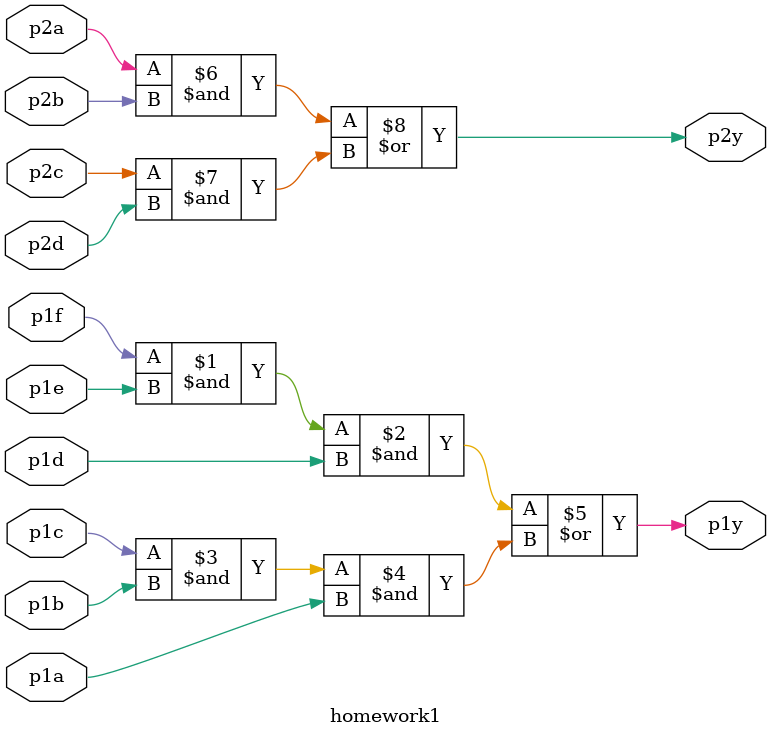
<source format=v>
module homework1(p1a,p2a,p1b,p2b,p1c,p2c,p1d,p2d,p1f,p1e,p1y,p2y);
input p1a,p2a,p1b,p2b,p1c,p2c,p1d,p2d,p1f,p1e;
output p1y,p2y;
assign p1y=(p1f&p1e&p1d)|(p1c&p1b&p1a);
assign p2y=(p2a&p2b)|(p2c&p2d);
endmodule
 
</source>
